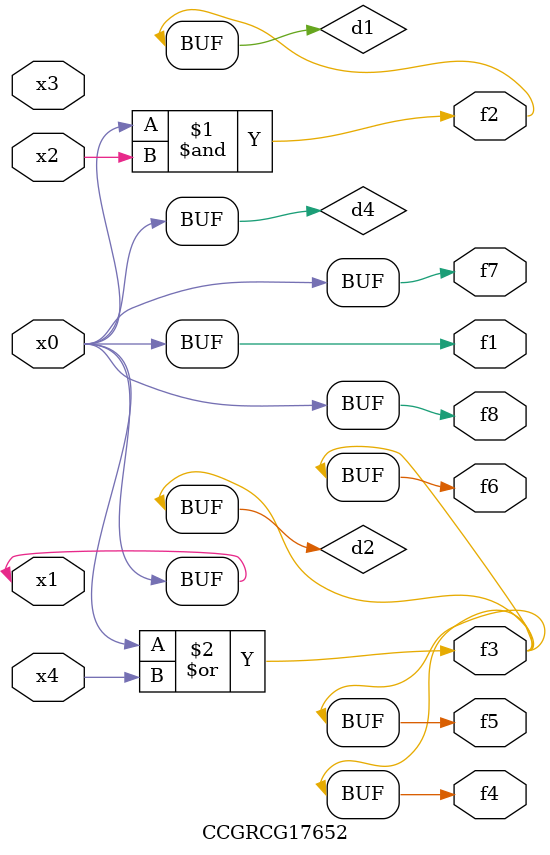
<source format=v>
module CCGRCG17652(
	input x0, x1, x2, x3, x4,
	output f1, f2, f3, f4, f5, f6, f7, f8
);

	wire d1, d2, d3, d4;

	and (d1, x0, x2);
	or (d2, x0, x4);
	nand (d3, x0, x2);
	buf (d4, x0, x1);
	assign f1 = d4;
	assign f2 = d1;
	assign f3 = d2;
	assign f4 = d2;
	assign f5 = d2;
	assign f6 = d2;
	assign f7 = d4;
	assign f8 = d4;
endmodule

</source>
